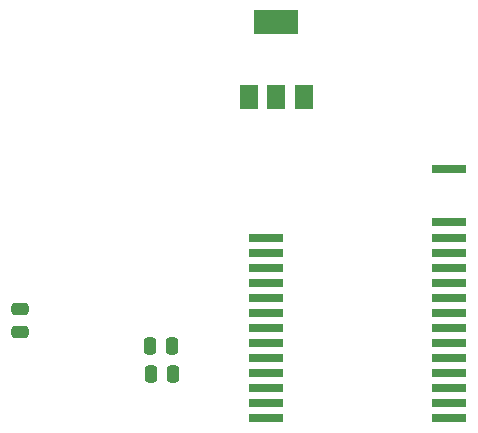
<source format=gbr>
%TF.GenerationSoftware,KiCad,Pcbnew,7.0.7*%
%TF.CreationDate,2024-03-21T17:46:43+00:00*%
%TF.ProjectId,BT401_Digimodes,42543430-315f-4446-9967-696d6f646573,rev?*%
%TF.SameCoordinates,Original*%
%TF.FileFunction,Paste,Top*%
%TF.FilePolarity,Positive*%
%FSLAX46Y46*%
G04 Gerber Fmt 4.6, Leading zero omitted, Abs format (unit mm)*
G04 Created by KiCad (PCBNEW 7.0.7) date 2024-03-21 17:46:43*
%MOMM*%
%LPD*%
G01*
G04 APERTURE LIST*
G04 Aperture macros list*
%AMRoundRect*
0 Rectangle with rounded corners*
0 $1 Rounding radius*
0 $2 $3 $4 $5 $6 $7 $8 $9 X,Y pos of 4 corners*
0 Add a 4 corners polygon primitive as box body*
4,1,4,$2,$3,$4,$5,$6,$7,$8,$9,$2,$3,0*
0 Add four circle primitives for the rounded corners*
1,1,$1+$1,$2,$3*
1,1,$1+$1,$4,$5*
1,1,$1+$1,$6,$7*
1,1,$1+$1,$8,$9*
0 Add four rect primitives between the rounded corners*
20,1,$1+$1,$2,$3,$4,$5,0*
20,1,$1+$1,$4,$5,$6,$7,0*
20,1,$1+$1,$6,$7,$8,$9,0*
20,1,$1+$1,$8,$9,$2,$3,0*%
G04 Aperture macros list end*
%ADD10RoundRect,0.250000X0.250000X0.475000X-0.250000X0.475000X-0.250000X-0.475000X0.250000X-0.475000X0*%
%ADD11RoundRect,0.250000X0.475000X-0.250000X0.475000X0.250000X-0.475000X0.250000X-0.475000X-0.250000X0*%
%ADD12R,1.500000X2.000000*%
%ADD13R,3.800000X2.000000*%
%ADD14R,3.000000X0.800000*%
G04 APERTURE END LIST*
D10*
%TO.C,C2*%
X143952000Y-82042000D03*
X142052000Y-82042000D03*
%TD*%
%TO.C,C3*%
X144018000Y-84455000D03*
X142118000Y-84455000D03*
%TD*%
D11*
%TO.C,C1*%
X131064000Y-80833000D03*
X131064000Y-78933000D03*
%TD*%
D12*
%TO.C,U1*%
X150481000Y-60935000D03*
X152781000Y-60935000D03*
D13*
X152781000Y-54635000D03*
D12*
X155081000Y-60935000D03*
%TD*%
D14*
%TO.C,BT1*%
X151892000Y-72898000D03*
X151892000Y-74168000D03*
X151892000Y-75438000D03*
X151892000Y-76708000D03*
X151892000Y-77978000D03*
X151892000Y-79248000D03*
X151892000Y-80518000D03*
X151892000Y-81788000D03*
X151892000Y-83058000D03*
X151892000Y-84328000D03*
X151892000Y-85598000D03*
X151892000Y-86868000D03*
X151892000Y-88138000D03*
X167392000Y-88138000D03*
X167392000Y-86868000D03*
X167392000Y-85598000D03*
X167392000Y-84328000D03*
X167392000Y-83058000D03*
X167392000Y-81788000D03*
X167392000Y-80518000D03*
X167392000Y-79248000D03*
X167392000Y-77978000D03*
X167392000Y-76708000D03*
X167392000Y-75438000D03*
X167392000Y-74168000D03*
X167392000Y-72898000D03*
X167386000Y-71574000D03*
X167386000Y-67056000D03*
%TD*%
M02*

</source>
